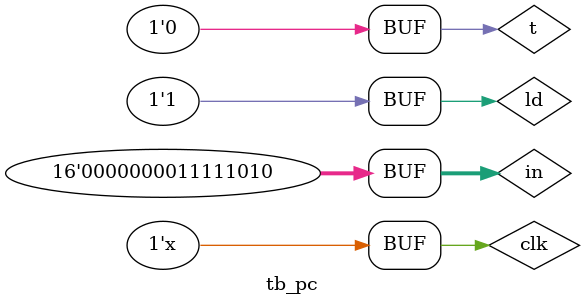
<source format=v>
`timescale 1ns / 1ps


module tb_pc;

	// Inputs
	reg clk;
	reg ld;
	reg t;
	reg [15:0] in;

	// Outputs
	wire [3:0] ir1;
	wire [2:0] ir2;
	wire [2:0] ir3;
	wire [15:0] ir4;

	// Instantiate the Unit Under Test (UUT)
	reg_16bit_ir uut (
		.clk(clk), 
		.ld(ld), 
		.t(t), 
		.in(in), 
		.ir1(ir1), 
		.ir2(ir2), 
		.ir3(ir3), 
		.ir4(ir4)
	);

	initial begin
		// Initialize Inputs
		clk = 0;
		ld = 0;
		t = 0;
		in = 0;

		// Wait 100 ns for global reset to finish
		#100;
        
		// Add stimulus here

	end
	always
	begin
		#5 clk = !clk;
		#10 ld = 1;
		in = 16'b0000000011111010;
	end
      
endmodule


</source>
